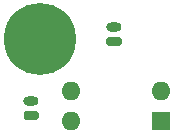
<source format=gbr>
%TF.GenerationSoftware,KiCad,Pcbnew,5.1.12-84ad8e8a86~92~ubuntu20.04.1*%
%TF.CreationDate,2021-11-26T18:46:47+01:00*%
%TF.ProjectId,doorbell-adapter,646f6f72-6265-46c6-9c2d-616461707465,rev?*%
%TF.SameCoordinates,Original*%
%TF.FileFunction,Soldermask,Bot*%
%TF.FilePolarity,Negative*%
%FSLAX46Y46*%
G04 Gerber Fmt 4.6, Leading zero omitted, Abs format (unit mm)*
G04 Created by KiCad (PCBNEW 5.1.12-84ad8e8a86~92~ubuntu20.04.1) date 2021-11-26 18:46:47*
%MOMM*%
%LPD*%
G01*
G04 APERTURE LIST*
%ADD10C,6.100000*%
%ADD11O,1.600000X1.600000*%
%ADD12R,1.600000X1.600000*%
%ADD13O,1.300000X0.800000*%
G04 APERTURE END LIST*
D10*
%TO.C,H1*%
X117000000Y-80500000D03*
%TD*%
D11*
%TO.C,U1*%
X119630000Y-87500000D03*
X127250000Y-84960000D03*
X119630000Y-84960000D03*
D12*
X127250000Y-87500000D03*
%TD*%
D13*
%TO.C,J_ESP1*%
X116250000Y-85750000D03*
G36*
G01*
X116700000Y-87400000D02*
X115800000Y-87400000D01*
G75*
G02*
X115600000Y-87200000I0J200000D01*
G01*
X115600000Y-86800000D01*
G75*
G02*
X115800000Y-86600000I200000J0D01*
G01*
X116700000Y-86600000D01*
G75*
G02*
X116900000Y-86800000I0J-200000D01*
G01*
X116900000Y-87200000D01*
G75*
G02*
X116700000Y-87400000I-200000J0D01*
G01*
G37*
%TD*%
%TO.C,J_Bell1*%
X123250000Y-79500000D03*
G36*
G01*
X123700000Y-81150000D02*
X122800000Y-81150000D01*
G75*
G02*
X122600000Y-80950000I0J200000D01*
G01*
X122600000Y-80550000D01*
G75*
G02*
X122800000Y-80350000I200000J0D01*
G01*
X123700000Y-80350000D01*
G75*
G02*
X123900000Y-80550000I0J-200000D01*
G01*
X123900000Y-80950000D01*
G75*
G02*
X123700000Y-81150000I-200000J0D01*
G01*
G37*
%TD*%
M02*

</source>
